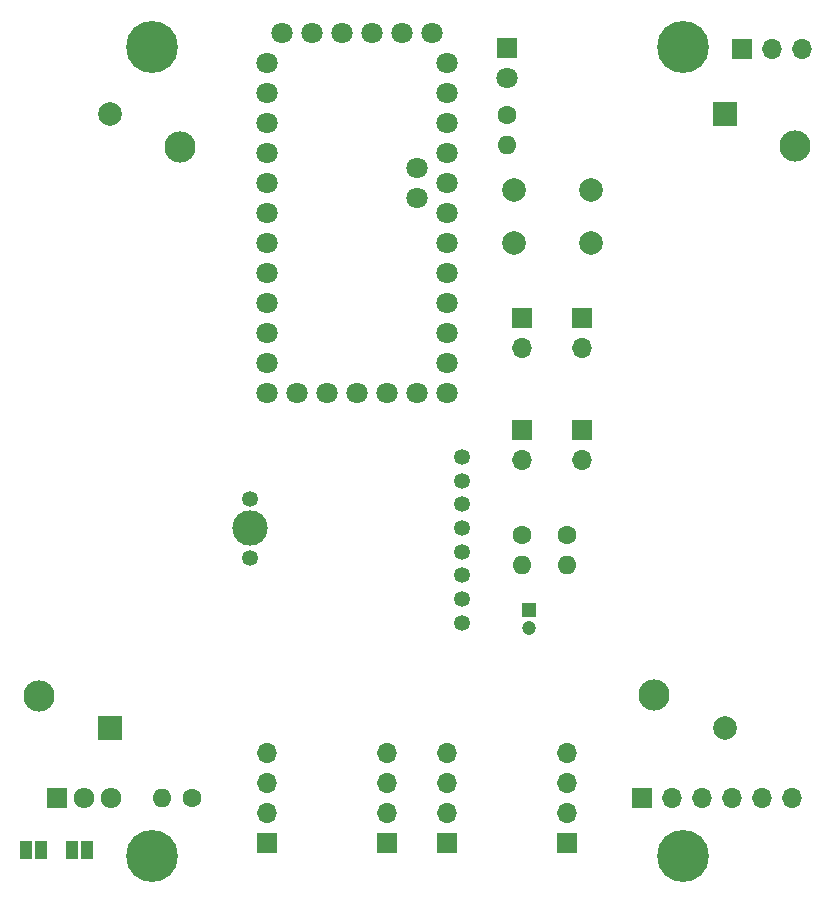
<source format=gbr>
%TF.GenerationSoftware,KiCad,Pcbnew,8.0.9-8.0.9-0~ubuntu22.04.1*%
%TF.CreationDate,2025-02-24T09:16:42+01:00*%
%TF.ProjectId,HB-UNI-SEN-BATT_FUEL4EP,48422d55-4e49-42d5-9345-4e2d42415454,V1.5*%
%TF.SameCoordinates,Original*%
%TF.FileFunction,Soldermask,Bot*%
%TF.FilePolarity,Negative*%
%FSLAX46Y46*%
G04 Gerber Fmt 4.6, Leading zero omitted, Abs format (unit mm)*
G04 Created by KiCad (PCBNEW 8.0.9-8.0.9-0~ubuntu22.04.1) date 2025-02-24 09:16:42*
%MOMM*%
%LPD*%
G01*
G04 APERTURE LIST*
%ADD10R,1.800000X1.800000*%
%ADD11C,1.800000*%
%ADD12R,1.700000X1.700000*%
%ADD13O,1.700000X1.700000*%
%ADD14R,1.200000X1.200000*%
%ADD15C,1.200000*%
%ADD16C,1.600000*%
%ADD17O,1.600000X1.600000*%
%ADD18R,1.717500X1.800000*%
%ADD19O,1.717500X1.800000*%
%ADD20R,1.000000X1.500000*%
%ADD21C,1.350000*%
%ADD22C,3.000000*%
%ADD23C,2.000000*%
%ADD24C,4.400000*%
%ADD25C,0.700000*%
%ADD26C,2.640000*%
%ADD27R,2.000000X2.000000*%
G04 APERTURE END LIST*
D10*
%TO.C,D1*%
X45050000Y71720000D03*
D11*
X45050000Y69180000D03*
%TD*%
D12*
%TO.C,J1*%
X46320000Y39335000D03*
D13*
X46320000Y36795000D03*
%TD*%
D12*
%TO.C,J2*%
X51400000Y39335000D03*
D13*
X51400000Y36795000D03*
%TD*%
D12*
%TO.C,J7*%
X34890000Y4410000D03*
D13*
X34890000Y6950000D03*
X34890000Y9490000D03*
X34890000Y12030000D03*
%TD*%
D12*
%TO.C,J3*%
X46320000Y48860000D03*
D13*
X46320000Y46320000D03*
%TD*%
D12*
%TO.C,J4*%
X51400000Y48860000D03*
D13*
X51400000Y46320000D03*
%TD*%
D12*
%TO.C,J5*%
X56480000Y8220000D03*
D13*
X59020000Y8220000D03*
X61560000Y8220000D03*
X64100000Y8220000D03*
X66640000Y8220000D03*
X69180000Y8220000D03*
%TD*%
D12*
%TO.C,J6*%
X24730000Y4410000D03*
D13*
X24730000Y6950000D03*
X24730000Y9490000D03*
X24730000Y12030000D03*
%TD*%
D14*
%TO.C,C1*%
X46955000Y24095000D03*
D15*
X46955000Y22595000D03*
%TD*%
D16*
%TO.C,R4*%
X50130000Y30445000D03*
D17*
X50130000Y27905000D03*
%TD*%
D16*
%TO.C,R5*%
X46320000Y30445000D03*
D17*
X46320000Y27905000D03*
%TD*%
D16*
%TO.C,R1*%
X45050000Y66005000D03*
D17*
X45050000Y63465000D03*
%TD*%
D16*
%TO.C,R3*%
X18380000Y8220000D03*
D17*
X15840000Y8220000D03*
%TD*%
D18*
%TO.C,Q1*%
X6950000Y8220000D03*
D19*
X9240000Y8220000D03*
X11530000Y8220000D03*
%TD*%
D12*
%TO.C,J9*%
X50130000Y4410000D03*
D13*
X50130000Y6950000D03*
X50130000Y9490000D03*
X50130000Y12030000D03*
%TD*%
D12*
%TO.C,J10*%
X64989000Y71656500D03*
D13*
X67529000Y71656500D03*
X70069000Y71656500D03*
%TD*%
D20*
%TO.C,JP1*%
X9500000Y3775000D03*
X8200000Y3775000D03*
%TD*%
D11*
%TO.C,Module2*%
X39970000Y70450000D03*
X27270000Y42510000D03*
X24730000Y70450000D03*
X26000000Y72990000D03*
X37430000Y61560000D03*
X39970000Y67910000D03*
X29810000Y42510000D03*
X24730000Y67910000D03*
X28540000Y72990000D03*
X37430000Y59020000D03*
X39970000Y65370000D03*
X32350000Y42510000D03*
X24730000Y65370000D03*
X31080000Y72990000D03*
X39970000Y62830000D03*
X34890000Y42510000D03*
X24730000Y62830000D03*
X33620000Y72990000D03*
X39970000Y60290000D03*
X37430000Y42510000D03*
X24730000Y60290000D03*
X36160000Y72990000D03*
X39970000Y57750000D03*
X24730000Y57750000D03*
X38700000Y72990000D03*
X39970000Y55210000D03*
X24730000Y55210000D03*
X39970000Y52670000D03*
X24730000Y52670000D03*
X39970000Y50130000D03*
X24730000Y50130000D03*
X39970000Y47590000D03*
X24730000Y47590000D03*
X39970000Y45050000D03*
X24730000Y45050000D03*
X39970000Y42510000D03*
X24730000Y42510000D03*
%TD*%
D21*
%TO.C,Module1*%
X23280000Y28555000D03*
X41280000Y23055000D03*
D22*
X23280000Y31055000D03*
D21*
X41280000Y25055000D03*
X23280000Y33555000D03*
X41280000Y27055000D03*
X41280000Y29055000D03*
X41280000Y31055000D03*
X41280000Y33055000D03*
X41280000Y35055000D03*
X41280000Y37055000D03*
%TD*%
D23*
%TO.C,SW1*%
X45685000Y59655000D03*
X52185000Y59655000D03*
X45685000Y55155000D03*
X52185000Y55155000D03*
%TD*%
D12*
%TO.C,J8*%
X39970000Y4410000D03*
D13*
X39970000Y6950000D03*
X39970000Y9490000D03*
X39970000Y12030000D03*
%TD*%
D24*
%TO.C,H2*%
X60000000Y71750000D03*
D25*
X61800000Y71750000D03*
X61272800Y70477200D03*
X60000000Y69950000D03*
X58727200Y70477200D03*
X58200000Y71750000D03*
X58727200Y73022800D03*
X60000000Y73550000D03*
X61272800Y73022800D03*
%TD*%
D24*
%TO.C,H4*%
X60000000Y3250000D03*
D25*
X61800000Y3250000D03*
X61272800Y1977200D03*
X60000000Y1450000D03*
X58727200Y1977200D03*
X58200000Y3250000D03*
X58727200Y4522800D03*
X60000000Y5050000D03*
X61272800Y4522800D03*
%TD*%
D24*
%TO.C,H3*%
X15000000Y3250000D03*
D25*
X16800000Y3250000D03*
X16272800Y1977200D03*
X15000000Y1450000D03*
X13727200Y1977200D03*
X13200000Y3250000D03*
X13727200Y4522800D03*
X15000000Y5050000D03*
X16272800Y4522800D03*
%TD*%
D24*
%TO.C,H1*%
X15000000Y71750000D03*
D25*
X16800000Y71750000D03*
X16272800Y70477200D03*
X15000000Y69950000D03*
X13727200Y70477200D03*
X13200000Y71750000D03*
X13727200Y73022800D03*
X15000000Y73550000D03*
X16272800Y73022800D03*
%TD*%
D26*
%TO.C,BT2*%
X5425000Y16850000D03*
X17415000Y63330000D03*
D23*
X11420000Y66090000D03*
D27*
X11420000Y14100000D03*
%TD*%
D26*
%TO.C,BT1*%
X69485000Y63390000D03*
X57495000Y16910000D03*
D23*
X63490000Y14150000D03*
D27*
X63490000Y66140000D03*
%TD*%
D20*
%TO.C,JP4*%
X4318000Y3810000D03*
X5618000Y3810000D03*
%TD*%
M02*

</source>
